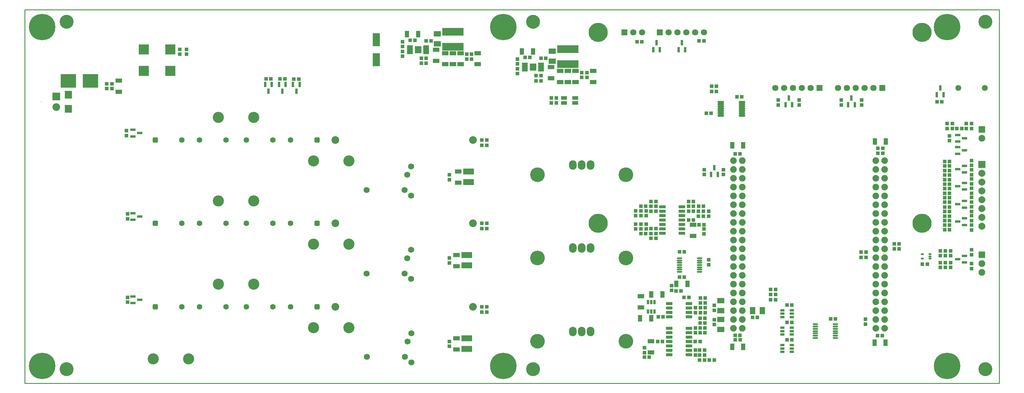
<source format=gts>
G04 Layer_Color=8388736*
%FSLAX43Y43*%
%MOMM*%
G71*
G01*
G75*
%ADD43C,0.254*%
%ADD82R,2.903X2.903*%
%ADD83O,0.950X0.550*%
%ADD84O,1.550X0.500*%
%ADD85R,6.203X2.203*%
%ADD86R,0.803X1.203*%
%ADD87R,1.553X0.803*%
%ADD88R,2.003X1.543*%
%ADD89R,2.003X2.203*%
%ADD90R,1.103X1.003*%
G04:AMPARAMS|DCode=91|XSize=0.653mm|YSize=1.803mm|CornerRadius=0.151mm|HoleSize=0mm|Usage=FLASHONLY|Rotation=90.000|XOffset=0mm|YOffset=0mm|HoleType=Round|Shape=RoundedRectangle|*
%AMROUNDEDRECTD91*
21,1,0.653,1.501,0,0,90.0*
21,1,0.351,1.803,0,0,90.0*
1,1,0.302,0.750,0.175*
1,1,0.302,0.750,-0.175*
1,1,0.302,-0.750,-0.175*
1,1,0.302,-0.750,0.175*
%
%ADD91ROUNDEDRECTD91*%
%ADD92R,4.443X4.013*%
%ADD93R,1.003X1.103*%
%ADD94R,2.003X3.753*%
%ADD95C,4.000*%
G04:AMPARAMS|DCode=96|XSize=0.853mm|YSize=1.853mm|CornerRadius=0.15mm|HoleSize=0mm|Usage=FLASHONLY|Rotation=270.000|XOffset=0mm|YOffset=0mm|HoleType=Round|Shape=RoundedRectangle|*
%AMROUNDEDRECTD96*
21,1,0.853,1.552,0,0,270.0*
21,1,0.552,1.853,0,0,270.0*
1,1,0.301,-0.776,-0.276*
1,1,0.301,-0.776,0.276*
1,1,0.301,0.776,0.276*
1,1,0.301,0.776,-0.276*
%
%ADD96ROUNDEDRECTD96*%
%ADD97R,3.103X1.703*%
%ADD98R,1.903X1.203*%
%ADD99R,1.803X1.003*%
G04:AMPARAMS|DCode=100|XSize=0.503mm|YSize=1.753mm|CornerRadius=0.151mm|HoleSize=0mm|Usage=FLASHONLY|Rotation=90.000|XOffset=0mm|YOffset=0mm|HoleType=Round|Shape=RoundedRectangle|*
%AMROUNDEDRECTD100*
21,1,0.503,1.451,0,0,90.0*
21,1,0.201,1.753,0,0,90.0*
1,1,0.302,0.726,0.101*
1,1,0.302,0.726,-0.101*
1,1,0.302,-0.726,-0.101*
1,1,0.302,-0.726,0.101*
%
%ADD100ROUNDEDRECTD100*%
G04:AMPARAMS|DCode=101|XSize=1.933mm|YSize=2.103mm|CornerRadius=0.153mm|HoleSize=0mm|Usage=FLASHONLY|Rotation=0.000|XOffset=0mm|YOffset=0mm|HoleType=Round|Shape=RoundedRectangle|*
%AMROUNDEDRECTD101*
21,1,1.933,1.796,0,0,0.0*
21,1,1.626,2.103,0,0,0.0*
1,1,0.307,0.813,-0.898*
1,1,0.307,-0.813,-0.898*
1,1,0.307,-0.813,0.898*
1,1,0.307,0.813,0.898*
%
%ADD101ROUNDEDRECTD101*%
%ADD102R,1.203X0.803*%
%ADD103R,0.803X1.553*%
%ADD104R,1.203X1.903*%
%ADD105R,1.543X2.003*%
%ADD106O,2.203X2.703*%
%ADD107C,2.203*%
%ADD108C,3.203*%
%ADD109C,1.803*%
%ADD110R,1.803X1.803*%
%ADD111C,1.703*%
%ADD112C,1.727*%
%ADD113C,7.603*%
%ADD114C,5.503*%
%ADD115C,1.903*%
%ADD116R,1.953X1.953*%
%ADD117C,1.953*%
%ADD118C,4.203*%
%ADD119R,2.203X2.203*%
%ADD120R,0.203X0.203*%
%ADD121C,2.003*%
%ADD122R,2.003X2.003*%
%ADD123C,1.603*%
G04:AMPARAMS|DCode=124|XSize=1.603mm|YSize=1.603mm|CornerRadius=0.452mm|HoleSize=0mm|Usage=FLASHONLY|Rotation=0.000|XOffset=0mm|YOffset=0mm|HoleType=Round|Shape=RoundedRectangle|*
%AMROUNDEDRECTD124*
21,1,1.603,0.700,0,0,0.0*
21,1,0.700,1.603,0,0,0.0*
1,1,0.903,0.350,-0.350*
1,1,0.903,-0.350,-0.350*
1,1,0.903,-0.350,0.350*
1,1,0.903,0.350,0.350*
%
%ADD124ROUNDEDRECTD124*%
%ADD125C,0.803*%
D43*
X0Y0D02*
Y107500D01*
X280000D01*
Y0D02*
Y107500D01*
X0Y0D02*
X280000D01*
D82*
X34190Y89890D02*
D03*
X41810D02*
D03*
Y96110D02*
D03*
X34190D02*
D03*
D83*
X260100Y37150D02*
D03*
X257900D02*
D03*
Y35850D02*
D03*
X260100Y36500D02*
D03*
Y35850D02*
D03*
D84*
X188125Y35950D02*
D03*
Y35300D02*
D03*
Y34650D02*
D03*
Y34000D02*
D03*
Y33350D02*
D03*
Y32700D02*
D03*
Y32050D02*
D03*
X193875Y35950D02*
D03*
Y35300D02*
D03*
Y34650D02*
D03*
Y34000D02*
D03*
Y33350D02*
D03*
Y32700D02*
D03*
Y32050D02*
D03*
X232875Y13050D02*
D03*
Y13700D02*
D03*
Y14350D02*
D03*
Y15000D02*
D03*
Y15650D02*
D03*
Y16300D02*
D03*
Y16950D02*
D03*
X227125Y13050D02*
D03*
Y13700D02*
D03*
Y14350D02*
D03*
Y15000D02*
D03*
Y15650D02*
D03*
Y16300D02*
D03*
Y16950D02*
D03*
D85*
X123000Y96850D02*
D03*
Y101150D02*
D03*
X156000Y91850D02*
D03*
Y96150D02*
D03*
D86*
X179050Y20625D02*
D03*
X180000D02*
D03*
X180950D02*
D03*
Y23375D02*
D03*
X180000D02*
D03*
X179050D02*
D03*
D87*
X268025Y67950D02*
D03*
Y66050D02*
D03*
X269975Y67000D02*
D03*
Y70500D02*
D03*
X268025Y69550D02*
D03*
Y71450D02*
D03*
X268025Y35700D02*
D03*
X269975Y36650D02*
D03*
Y34750D02*
D03*
X269975Y45550D02*
D03*
Y47450D02*
D03*
X268025Y46500D02*
D03*
X269975Y50550D02*
D03*
Y52450D02*
D03*
X268025Y51500D02*
D03*
X269975Y55750D02*
D03*
Y57650D02*
D03*
X268025Y56700D02*
D03*
X269975Y60650D02*
D03*
Y62550D02*
D03*
X268025Y61600D02*
D03*
X31025Y24950D02*
D03*
Y23050D02*
D03*
X32975Y24000D02*
D03*
X31025Y48950D02*
D03*
Y47050D02*
D03*
X32975Y48000D02*
D03*
X31025Y72950D02*
D03*
Y71050D02*
D03*
X32975Y72000D02*
D03*
D88*
X200000Y18330D02*
D03*
Y15470D02*
D03*
X151500Y95530D02*
D03*
Y92670D02*
D03*
X118500Y97670D02*
D03*
Y100530D02*
D03*
X200000Y23730D02*
D03*
Y20870D02*
D03*
D89*
X12500Y79000D02*
D03*
Y83000D02*
D03*
D90*
X241500Y17000D02*
D03*
Y18400D02*
D03*
X216500Y81500D02*
D03*
Y80100D02*
D03*
X272000Y64100D02*
D03*
Y62700D02*
D03*
Y60000D02*
D03*
Y61400D02*
D03*
Y58800D02*
D03*
Y57400D02*
D03*
Y54700D02*
D03*
Y56100D02*
D03*
Y53500D02*
D03*
Y52100D02*
D03*
Y49400D02*
D03*
Y50800D02*
D03*
Y48200D02*
D03*
Y46800D02*
D03*
Y44100D02*
D03*
Y45500D02*
D03*
Y38400D02*
D03*
Y37000D02*
D03*
Y33000D02*
D03*
Y34400D02*
D03*
X265000Y74700D02*
D03*
Y73300D02*
D03*
X272000Y74700D02*
D03*
Y73300D02*
D03*
X128300Y93300D02*
D03*
Y94700D02*
D03*
X161500Y88000D02*
D03*
Y89400D02*
D03*
X44500Y94700D02*
D03*
Y96100D02*
D03*
X23500Y84800D02*
D03*
Y86200D02*
D03*
X265700Y69800D02*
D03*
Y71200D02*
D03*
X263000Y33300D02*
D03*
Y34700D02*
D03*
Y36700D02*
D03*
Y38100D02*
D03*
X264500Y34700D02*
D03*
Y33300D02*
D03*
Y36700D02*
D03*
Y38100D02*
D03*
X266500Y74700D02*
D03*
Y73300D02*
D03*
X270500Y74700D02*
D03*
Y73300D02*
D03*
X192700Y15900D02*
D03*
Y14500D02*
D03*
Y21700D02*
D03*
Y20300D02*
D03*
Y8100D02*
D03*
Y9500D02*
D03*
X178000Y8800D02*
D03*
Y10200D02*
D03*
X178500Y45800D02*
D03*
Y44400D02*
D03*
X122000Y12000D02*
D03*
Y10600D02*
D03*
X178500Y48200D02*
D03*
Y49600D02*
D03*
X122000Y36000D02*
D03*
Y34600D02*
D03*
X193500Y48100D02*
D03*
Y49500D02*
D03*
X122000Y60000D02*
D03*
Y58600D02*
D03*
X195100Y44400D02*
D03*
Y43000D02*
D03*
X195230Y60070D02*
D03*
Y61470D02*
D03*
X200730Y60070D02*
D03*
Y61470D02*
D03*
X25000Y86200D02*
D03*
Y84800D02*
D03*
X46500Y96100D02*
D03*
Y94700D02*
D03*
X160000Y89400D02*
D03*
Y88000D02*
D03*
X141500Y90500D02*
D03*
Y89100D02*
D03*
X127000Y93300D02*
D03*
Y94700D02*
D03*
X108500Y94100D02*
D03*
Y95500D02*
D03*
X185800Y26700D02*
D03*
Y28100D02*
D03*
X175500Y44400D02*
D03*
Y45800D02*
D03*
X177000D02*
D03*
Y44400D02*
D03*
X175500Y49600D02*
D03*
Y48200D02*
D03*
X177000D02*
D03*
Y49600D02*
D03*
X196500Y49500D02*
D03*
Y48100D02*
D03*
X195000D02*
D03*
Y49500D02*
D03*
X141500Y91900D02*
D03*
Y93300D02*
D03*
X108500Y96900D02*
D03*
Y98300D02*
D03*
X29500Y23300D02*
D03*
Y24700D02*
D03*
X240400Y80100D02*
D03*
Y81500D02*
D03*
X29500Y47300D02*
D03*
Y48700D02*
D03*
X234600Y80100D02*
D03*
Y81500D02*
D03*
X29200Y71300D02*
D03*
Y72700D02*
D03*
X266000Y36700D02*
D03*
Y38100D02*
D03*
Y34700D02*
D03*
Y33300D02*
D03*
X198100Y21000D02*
D03*
Y22400D02*
D03*
Y18300D02*
D03*
Y16900D02*
D03*
X196500Y35500D02*
D03*
Y34100D02*
D03*
X222500Y80100D02*
D03*
Y81500D02*
D03*
D91*
X206050Y77050D02*
D03*
Y77700D02*
D03*
Y78350D02*
D03*
Y79000D02*
D03*
Y79650D02*
D03*
Y80300D02*
D03*
Y80950D02*
D03*
X199950Y77050D02*
D03*
Y77700D02*
D03*
Y78350D02*
D03*
Y79000D02*
D03*
Y79650D02*
D03*
Y80300D02*
D03*
Y80950D02*
D03*
D92*
X18885Y87000D02*
D03*
X12515D02*
D03*
D93*
X195100Y45600D02*
D03*
X193700D02*
D03*
X195100Y98500D02*
D03*
X193700D02*
D03*
X151300Y80700D02*
D03*
X152700D02*
D03*
X151300Y82100D02*
D03*
X152700D02*
D03*
X263500Y81000D02*
D03*
X262100D02*
D03*
X215700Y27000D02*
D03*
X214300D02*
D03*
X257900Y34300D02*
D03*
X259300D02*
D03*
X245000Y13700D02*
D03*
X246400D02*
D03*
X205500Y66000D02*
D03*
X204100D02*
D03*
X246500Y66200D02*
D03*
X245100D02*
D03*
X204100Y13800D02*
D03*
X205500D02*
D03*
X132700Y68500D02*
D03*
X131300D02*
D03*
X190700Y52300D02*
D03*
X192100D02*
D03*
X132700Y44500D02*
D03*
X131300D02*
D03*
X181300Y52300D02*
D03*
X179900D02*
D03*
X132700Y20500D02*
D03*
X131300D02*
D03*
X181300Y41700D02*
D03*
X179900D02*
D03*
X214300Y24000D02*
D03*
X215700D02*
D03*
X219000Y12500D02*
D03*
X220400D02*
D03*
X231500Y18500D02*
D03*
X232900D02*
D03*
X219000Y17500D02*
D03*
X220400D02*
D03*
X240300Y36200D02*
D03*
X241700D02*
D03*
X251200Y38700D02*
D03*
X249800D02*
D03*
X241700Y37700D02*
D03*
X240300D02*
D03*
X249800Y40100D02*
D03*
X251200D02*
D03*
X198700Y85500D02*
D03*
X197300D02*
D03*
X198700Y84000D02*
D03*
X197300D02*
D03*
X197200Y77700D02*
D03*
X195800D02*
D03*
X267800Y73300D02*
D03*
X269200D02*
D03*
X195400Y18700D02*
D03*
X194000D02*
D03*
X194100Y23100D02*
D03*
X195500D02*
D03*
X198100Y6700D02*
D03*
X196700D02*
D03*
X183200Y12000D02*
D03*
X181800D02*
D03*
X177000Y43100D02*
D03*
X178400D02*
D03*
X188100Y37800D02*
D03*
X189500D02*
D03*
X177000Y50900D02*
D03*
X178400D02*
D03*
X195000D02*
D03*
X193600D02*
D03*
X187100Y26600D02*
D03*
X188500D02*
D03*
X188100Y30500D02*
D03*
X189500D02*
D03*
X190700Y47000D02*
D03*
X192100D02*
D03*
X205530Y12470D02*
D03*
X204130D02*
D03*
X245100Y67600D02*
D03*
X246500D02*
D03*
X220400Y22500D02*
D03*
X219000D02*
D03*
X148300Y93500D02*
D03*
X149700D02*
D03*
X143700Y93800D02*
D03*
X145100D02*
D03*
X115300Y98500D02*
D03*
X116700D02*
D03*
X112100Y98700D02*
D03*
X110700D02*
D03*
X175900Y98300D02*
D03*
X177300D02*
D03*
X206000Y82400D02*
D03*
X204600D02*
D03*
X178000Y7500D02*
D03*
X179400D02*
D03*
X195400Y17300D02*
D03*
X194000D02*
D03*
Y15900D02*
D03*
X195400D02*
D03*
X194000Y14500D02*
D03*
X195400D02*
D03*
X194100Y21700D02*
D03*
X195500D02*
D03*
Y24500D02*
D03*
X194100D02*
D03*
Y20300D02*
D03*
X195500D02*
D03*
X179900Y43100D02*
D03*
X181300D02*
D03*
Y44500D02*
D03*
X179900D02*
D03*
X131300Y22000D02*
D03*
X132700D02*
D03*
X179900Y50900D02*
D03*
X181300D02*
D03*
Y49500D02*
D03*
X179900D02*
D03*
X131300Y46000D02*
D03*
X132700D02*
D03*
X192100Y50900D02*
D03*
X190700D02*
D03*
Y49500D02*
D03*
X192100D02*
D03*
X131300Y70000D02*
D03*
X132700D02*
D03*
X146900Y87000D02*
D03*
X148300D02*
D03*
Y88500D02*
D03*
X146900D02*
D03*
X113900Y92100D02*
D03*
X115300D02*
D03*
Y93500D02*
D03*
X113900D02*
D03*
X77300Y87500D02*
D03*
X78700D02*
D03*
X73300Y87600D02*
D03*
X74700D02*
D03*
X69300D02*
D03*
X70700D02*
D03*
X264300Y45500D02*
D03*
X265700D02*
D03*
X264300Y46800D02*
D03*
X265700D02*
D03*
X264300Y50700D02*
D03*
X265700D02*
D03*
X264300Y52100D02*
D03*
X265700D02*
D03*
X192600Y12000D02*
D03*
X194000D02*
D03*
X183400Y19100D02*
D03*
X182000D02*
D03*
X190800Y24700D02*
D03*
X189400D02*
D03*
X193900Y8100D02*
D03*
X195300D02*
D03*
Y6700D02*
D03*
X193900D02*
D03*
Y9500D02*
D03*
X195300D02*
D03*
X264300Y56000D02*
D03*
X265700D02*
D03*
X264300Y57300D02*
D03*
X265700D02*
D03*
X264300Y61200D02*
D03*
X265700D02*
D03*
X264300Y62500D02*
D03*
X265700D02*
D03*
Y63800D02*
D03*
X264300D02*
D03*
X265700Y59900D02*
D03*
X264300D02*
D03*
X265700Y58600D02*
D03*
X264300D02*
D03*
X265700Y54700D02*
D03*
X264300D02*
D03*
X265700Y53400D02*
D03*
X264300D02*
D03*
X265700Y49400D02*
D03*
X264300D02*
D03*
X265700Y48100D02*
D03*
X264300D02*
D03*
X265700Y44200D02*
D03*
X264300D02*
D03*
X209100Y18900D02*
D03*
X210500D02*
D03*
X215700Y25500D02*
D03*
X214300D02*
D03*
D94*
X101000Y93125D02*
D03*
Y98875D02*
D03*
D95*
X146000Y4000D02*
D03*
X12000Y104000D02*
D03*
X276000D02*
D03*
Y4000D02*
D03*
X146000Y104000D02*
D03*
X12000Y4000D02*
D03*
D96*
X183175Y50810D02*
D03*
Y49540D02*
D03*
Y48270D02*
D03*
Y47000D02*
D03*
Y45730D02*
D03*
Y44460D02*
D03*
Y43190D02*
D03*
X188825Y50810D02*
D03*
Y49540D02*
D03*
Y48270D02*
D03*
Y47000D02*
D03*
Y45730D02*
D03*
Y44460D02*
D03*
Y43190D02*
D03*
X190825Y19095D02*
D03*
Y20365D02*
D03*
Y21635D02*
D03*
Y22905D02*
D03*
X185175Y19095D02*
D03*
Y20365D02*
D03*
Y21635D02*
D03*
Y22905D02*
D03*
X190825Y8190D02*
D03*
Y9460D02*
D03*
Y10730D02*
D03*
Y12000D02*
D03*
Y13270D02*
D03*
Y14540D02*
D03*
Y15810D02*
D03*
X185175Y8190D02*
D03*
Y9460D02*
D03*
Y10730D02*
D03*
Y12000D02*
D03*
Y13270D02*
D03*
Y14540D02*
D03*
Y15810D02*
D03*
D97*
X127000Y9900D02*
D03*
Y12900D02*
D03*
X127500Y57900D02*
D03*
Y60900D02*
D03*
X127000Y33900D02*
D03*
Y36900D02*
D03*
D98*
X125200Y91800D02*
D03*
Y95000D02*
D03*
X130100D02*
D03*
Y91800D02*
D03*
X179900Y12100D02*
D03*
Y8900D02*
D03*
X124000Y9700D02*
D03*
Y12900D02*
D03*
Y33700D02*
D03*
Y36900D02*
D03*
X124500Y57700D02*
D03*
Y60900D02*
D03*
X192000Y42400D02*
D03*
Y45600D02*
D03*
X27000Y83900D02*
D03*
Y87100D02*
D03*
X153800Y86700D02*
D03*
Y89900D02*
D03*
X156000Y86700D02*
D03*
Y89900D02*
D03*
X158200Y86700D02*
D03*
Y89900D02*
D03*
X120800Y91800D02*
D03*
Y95000D02*
D03*
X123000Y91800D02*
D03*
Y95000D02*
D03*
X151200Y87800D02*
D03*
Y91000D02*
D03*
X118200Y92800D02*
D03*
Y96000D02*
D03*
X177000Y21800D02*
D03*
Y25000D02*
D03*
X163300Y89900D02*
D03*
Y86700D02*
D03*
D99*
X158100Y82100D02*
D03*
X154900D02*
D03*
X158100Y80700D02*
D03*
X154900D02*
D03*
D100*
X115325Y95000D02*
D03*
Y95500D02*
D03*
Y96000D02*
D03*
Y96500D02*
D03*
X110675Y95000D02*
D03*
Y95500D02*
D03*
Y96000D02*
D03*
Y96500D02*
D03*
Y97000D02*
D03*
X115325D02*
D03*
X148325Y92000D02*
D03*
X143675D02*
D03*
Y91500D02*
D03*
Y91000D02*
D03*
Y90500D02*
D03*
Y90000D02*
D03*
X148325Y91500D02*
D03*
Y91000D02*
D03*
Y90500D02*
D03*
Y90000D02*
D03*
D101*
X113000Y96000D02*
D03*
X146000Y91000D02*
D03*
D102*
X220375Y10950D02*
D03*
Y10000D02*
D03*
Y9050D02*
D03*
X217625D02*
D03*
Y10000D02*
D03*
Y10950D02*
D03*
X220375Y15950D02*
D03*
Y15000D02*
D03*
Y14050D02*
D03*
X217625D02*
D03*
Y15000D02*
D03*
Y15950D02*
D03*
X220375Y20950D02*
D03*
Y20000D02*
D03*
Y19050D02*
D03*
X217625D02*
D03*
Y20000D02*
D03*
Y20950D02*
D03*
D103*
X263000Y84975D02*
D03*
X263950Y83025D02*
D03*
X262050D02*
D03*
X219500Y82075D02*
D03*
X220450Y80125D02*
D03*
X218550D02*
D03*
X236550Y80125D02*
D03*
X238450D02*
D03*
X237500Y82075D02*
D03*
X180550Y96025D02*
D03*
X182450D02*
D03*
X181500Y97975D02*
D03*
X187850Y96025D02*
D03*
X189750D02*
D03*
X188800Y97975D02*
D03*
X78950Y85975D02*
D03*
X77050D02*
D03*
X78000Y84025D02*
D03*
X74950Y85975D02*
D03*
X73050D02*
D03*
X74000Y84025D02*
D03*
X70950Y85975D02*
D03*
X69050D02*
D03*
X70000Y84025D02*
D03*
X197180Y60095D02*
D03*
X199080D02*
D03*
X198130Y62045D02*
D03*
D104*
X190400Y28600D02*
D03*
X187200D02*
D03*
X203230Y10470D02*
D03*
X206430D02*
D03*
X247400Y69600D02*
D03*
X244200D02*
D03*
X244130Y11670D02*
D03*
X247330D02*
D03*
X206430Y68470D02*
D03*
X203230D02*
D03*
X146000Y95500D02*
D03*
X142800D02*
D03*
X113000Y100500D02*
D03*
X109800D02*
D03*
X183200Y25500D02*
D03*
X180000D02*
D03*
X176800Y18700D02*
D03*
X180000D02*
D03*
D105*
X209070Y20900D02*
D03*
X211930D02*
D03*
D106*
X157450Y62800D02*
D03*
X160000D02*
D03*
X162550D02*
D03*
X157450Y14900D02*
D03*
X160000D02*
D03*
X162550D02*
D03*
Y38900D02*
D03*
X160000D02*
D03*
X157450D02*
D03*
D107*
X128750Y70000D02*
D03*
X89250D02*
D03*
X9000Y79500D02*
D03*
X128750Y22000D02*
D03*
X89250D02*
D03*
X128750Y46000D02*
D03*
X89250D02*
D03*
D108*
X93080Y16000D02*
D03*
X82920D02*
D03*
X36920Y7000D02*
D03*
X47080D02*
D03*
X55620Y76500D02*
D03*
X65780D02*
D03*
X55620Y52500D02*
D03*
X65780D02*
D03*
X55620Y28500D02*
D03*
X65780D02*
D03*
X82920Y64000D02*
D03*
X93080D02*
D03*
X82920Y40000D02*
D03*
X93080D02*
D03*
D109*
X195110Y101000D02*
D03*
X190030D02*
D03*
X184950D02*
D03*
X187490D02*
D03*
X192570D02*
D03*
X177330Y101000D02*
D03*
X174790D02*
D03*
X218190Y85000D02*
D03*
X223270D02*
D03*
X225810D02*
D03*
X220730D02*
D03*
X215650D02*
D03*
X236190Y85000D02*
D03*
X241270D02*
D03*
X243810D02*
D03*
X238730D02*
D03*
X233650D02*
D03*
D110*
X182410Y101000D02*
D03*
X172250Y101000D02*
D03*
X228350Y85000D02*
D03*
X246350Y85000D02*
D03*
D111*
X268200Y85000D02*
D03*
X275800D02*
D03*
D112*
X111000Y54000D02*
D03*
X109880Y59970D02*
D03*
X98200Y55570D02*
D03*
X109120D02*
D03*
X111000Y62380D02*
D03*
X111100Y6000D02*
D03*
X109980Y11970D02*
D03*
X98300Y7570D02*
D03*
X109220D02*
D03*
X111100Y14380D02*
D03*
X111000Y38380D02*
D03*
X109880Y35970D02*
D03*
X109120Y31570D02*
D03*
X111000Y30000D02*
D03*
X98200Y31570D02*
D03*
D113*
X5000Y102500D02*
D03*
Y5000D02*
D03*
X137500Y5000D02*
D03*
X265000Y5000D02*
D03*
Y102500D02*
D03*
X137500D02*
D03*
D114*
X164750Y101000D02*
D03*
Y46000D02*
D03*
X257770D02*
D03*
X257750Y101000D02*
D03*
D115*
X244460Y64100D02*
D03*
Y61560D02*
D03*
Y59020D02*
D03*
Y56480D02*
D03*
Y53940D02*
D03*
Y51400D02*
D03*
Y48860D02*
D03*
Y46320D02*
D03*
Y43780D02*
D03*
Y41240D02*
D03*
Y38700D02*
D03*
Y36160D02*
D03*
Y33620D02*
D03*
Y31080D02*
D03*
Y28540D02*
D03*
Y26000D02*
D03*
Y23460D02*
D03*
Y20920D02*
D03*
Y18380D02*
D03*
Y15840D02*
D03*
X247000Y64100D02*
D03*
Y61560D02*
D03*
Y59020D02*
D03*
Y56480D02*
D03*
Y53940D02*
D03*
Y51400D02*
D03*
Y48860D02*
D03*
Y46320D02*
D03*
Y43780D02*
D03*
Y41240D02*
D03*
Y38700D02*
D03*
Y36160D02*
D03*
Y33620D02*
D03*
Y31080D02*
D03*
Y28540D02*
D03*
Y26000D02*
D03*
Y23460D02*
D03*
Y20920D02*
D03*
Y18380D02*
D03*
Y15840D02*
D03*
X206100D02*
D03*
Y18380D02*
D03*
Y20920D02*
D03*
Y23460D02*
D03*
Y26000D02*
D03*
Y28540D02*
D03*
Y31080D02*
D03*
Y33620D02*
D03*
Y36160D02*
D03*
Y38700D02*
D03*
Y41240D02*
D03*
Y43780D02*
D03*
Y46320D02*
D03*
Y48860D02*
D03*
Y51400D02*
D03*
Y53940D02*
D03*
Y56480D02*
D03*
Y59020D02*
D03*
Y61560D02*
D03*
Y64100D02*
D03*
X203560Y15840D02*
D03*
Y18380D02*
D03*
Y20920D02*
D03*
Y23460D02*
D03*
Y26000D02*
D03*
Y28540D02*
D03*
Y31080D02*
D03*
Y33620D02*
D03*
Y36160D02*
D03*
Y38700D02*
D03*
Y41240D02*
D03*
Y43780D02*
D03*
Y46320D02*
D03*
Y48860D02*
D03*
Y51400D02*
D03*
Y53940D02*
D03*
Y56480D02*
D03*
Y59020D02*
D03*
Y61560D02*
D03*
Y64100D02*
D03*
D116*
X275000Y37000D02*
D03*
Y73000D02*
D03*
D117*
Y34460D02*
D03*
Y31920D02*
D03*
Y70460D02*
D03*
D118*
X147300Y12100D02*
D03*
X172700D02*
D03*
X147300Y60000D02*
D03*
X172700D02*
D03*
X147300Y36000D02*
D03*
X172700D02*
D03*
D119*
X9000Y82500D02*
D03*
D120*
X4680Y81000D02*
D03*
D121*
X275000Y45220D02*
D03*
Y47760D02*
D03*
Y50300D02*
D03*
Y52840D02*
D03*
Y55380D02*
D03*
Y57920D02*
D03*
Y60460D02*
D03*
D122*
Y63000D02*
D03*
D123*
X57820Y70000D02*
D03*
X50200D02*
D03*
X45120D02*
D03*
X76380Y22000D02*
D03*
X71300D02*
D03*
X63680D02*
D03*
X57820Y22000D02*
D03*
X50200D02*
D03*
X45120D02*
D03*
X76380Y46000D02*
D03*
X71300D02*
D03*
X63680D02*
D03*
X57820Y46000D02*
D03*
X50200D02*
D03*
X45120D02*
D03*
X76380Y70000D02*
D03*
X71300D02*
D03*
X63680D02*
D03*
D124*
X37500Y70000D02*
D03*
X84000Y22000D02*
D03*
X37500Y22000D02*
D03*
X84000Y46000D02*
D03*
X37500Y46000D02*
D03*
X84000Y70000D02*
D03*
D125*
X112500Y96500D02*
D03*
X113500D02*
D03*
X112500Y95500D02*
D03*
X113500D02*
D03*
X146500Y90500D02*
D03*
X145500D02*
D03*
X146500Y91500D02*
D03*
X145500D02*
D03*
M02*

</source>
